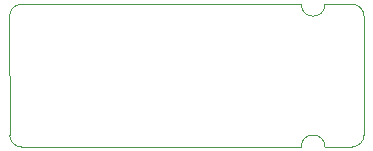
<source format=gbr>
%TF.GenerationSoftware,KiCad,Pcbnew,7.0.5-0*%
%TF.CreationDate,2023-07-03T13:56:25+02:00*%
%TF.ProjectId,Proditor,50726f64-6974-46f7-922e-6b696361645f,rev?*%
%TF.SameCoordinates,Original*%
%TF.FileFunction,Profile,NP*%
%FSLAX46Y46*%
G04 Gerber Fmt 4.6, Leading zero omitted, Abs format (unit mm)*
G04 Created by KiCad (PCBNEW 7.0.5-0) date 2023-07-03 13:56:25*
%MOMM*%
%LPD*%
G01*
G04 APERTURE LIST*
%TA.AperFunction,Profile*%
%ADD10C,0.100000*%
%TD*%
G04 APERTURE END LIST*
D10*
X161592000Y-95148400D02*
X159280000Y-95148400D01*
X132587000Y-94149365D02*
G75*
G03*
X133587035Y-95148400I1000000J965D01*
G01*
X157280000Y-83083400D02*
X133577322Y-83083400D01*
X159280000Y-95148400D02*
G75*
G03*
X157280000Y-95148400I-1000000J0D01*
G01*
X162592000Y-84083400D02*
G75*
G03*
X161592000Y-83083400I-1000000J0D01*
G01*
X161592000Y-83083400D02*
X159280000Y-83083400D01*
X162592000Y-84083400D02*
X162592000Y-94148400D01*
X161592000Y-95148400D02*
G75*
G03*
X162592000Y-94148400I0J1000000D01*
G01*
X132587036Y-94149365D02*
X132577322Y-84084365D01*
X157280000Y-83083400D02*
G75*
G03*
X159280000Y-83083400I1000000J0D01*
G01*
X157280000Y-95148400D02*
X133587035Y-95148400D01*
X133577322Y-83083422D02*
G75*
G03*
X132577322Y-84084365I-22J-999978D01*
G01*
M02*

</source>
